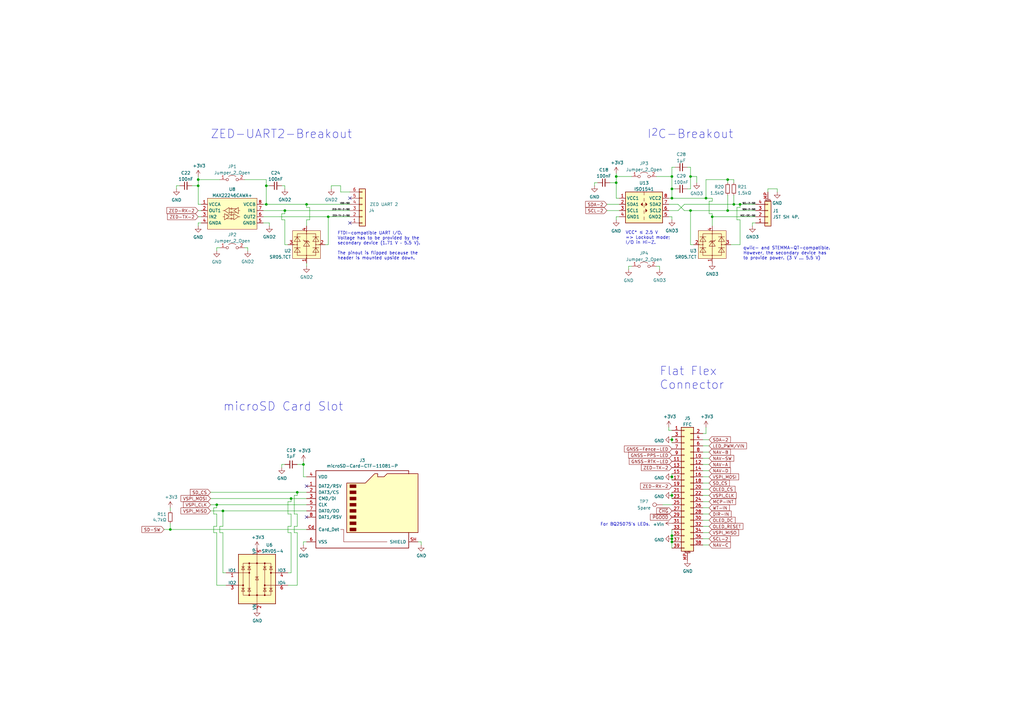
<source format=kicad_sch>
(kicad_sch (version 20211123) (generator eeschema)
  (paper "A3")
  (lib_symbols
    (symbol "Connector:TestPoint" (pin_numbers hide) (pin_names (offset 0.762) hide)
      (property "Reference" "TP" (at 0 6.858 0))
      (property "Value" "TestPoint" (at 0 5.08 0))
      (symbol "TestPoint_0_1"
        (circle (center 0 3.302) (radius 0.762))
      )
      (symbol "TestPoint_1_1"
        (pin passive line (at 0 0 90) (length 2.54) (name "1") (number "1"))
      )
    )
    (symbol "Connector_Generic:Conn_01x06" (pin_names (offset 1.016) hide)
      (property "Reference" "J" (at 0 7.62 0))
      (property "Value" "Conn_01x06" (at 0 -10.16 0))
      (symbol "Conn_01x06_1_1"
        (rectangle (start -1.27 -7.493) (end 0 -7.747) (stroke (width 0.1524)))
        (rectangle (start -1.27 -4.953) (end 0 -5.207) (stroke (width 0.1524)))
        (rectangle (start -1.27 -2.413) (end 0 -2.667) (stroke (width 0.1524)))
        (rectangle (start -1.27 0.127) (end 0 -0.127) (stroke (width 0.1524)))
        (rectangle (start -1.27 2.667) (end 0 2.413) (stroke (width 0.1524)))
        (rectangle (start -1.27 5.207) (end 0 4.953) (stroke (width 0.1524)))
        (rectangle (start -1.27 6.35) (end 1.27 -8.89) (stroke (width 0.254)) (fill (type background)))
        (pin passive line (at -5.08 5.08 0) (length 3.81) (name "Pin_1") (number "1"))
        (pin passive line (at -5.08 2.54 0) (length 3.81) (name "Pin_2") (number "2"))
        (pin passive line (at -5.08 0 0) (length 3.81) (name "Pin_3") (number "3"))
        (pin passive line (at -5.08 -2.54 0) (length 3.81) (name "Pin_4") (number "4"))
        (pin passive line (at -5.08 -5.08 0) (length 3.81) (name "Pin_5") (number "5"))
        (pin passive line (at -5.08 -7.62 0) (length 3.81) (name "Pin_6") (number "6"))
      )
    )
    (symbol "Connector_Generic_MountingPin:Conn_01x04_MountingPin" (pin_names (offset 1.016) hide)
      (property "Reference" "J" (at 0 5.08 0))
      (property "Value" "Conn_01x04_MountingPin" (at 1.27 -7.62 0))
      (symbol "Conn_01x04_MountingPin_1_1"
        (rectangle (start -1.27 -4.953) (end 0 -5.207) (stroke (width 0.1524)))
        (rectangle (start -1.27 -2.413) (end 0 -2.667) (stroke (width 0.1524)))
        (rectangle (start -1.27 0.127) (end 0 -0.127) (stroke (width 0.1524)))
        (rectangle (start -1.27 2.667) (end 0 2.413) (stroke (width 0.1524)))
        (rectangle (start -1.27 3.81) (end 1.27 -6.35) (stroke (width 0.254)) (fill (type background)))
        (polyline (pts (xy -1.016 -7.112) (xy 1.016 -7.112)) (stroke (width 0.1524)))
        (text "Mounting" (at 0 -6.731 0) (effects (font (size 0.381 0.381))))
        (pin passive line (at -5.08 2.54 0) (length 3.81) (name "Pin_1") (number "1"))
        (pin passive line (at -5.08 0 0) (length 3.81) (name "Pin_2") (number "2"))
        (pin passive line (at -5.08 -2.54 0) (length 3.81) (name "Pin_3") (number "3"))
        (pin passive line (at -5.08 -5.08 0) (length 3.81) (name "Pin_4") (number "4"))
        (pin passive line (at 0 -10.16 90) (length 3.048) (name "MountPin") (number "MP"))
      )
    )
    (symbol "Device:C_Small" (pin_numbers hide) (pin_names (offset 0.254) hide)
      (property "Reference" "C" (at 0.254 1.778 0))
      (property "Value" "C_Small" (at 0.254 -2.032 0))
      (symbol "C_Small_0_1"
        (polyline (pts (xy -1.524 -0.508) (xy 1.524 -0.508)) (stroke (width 0.3302)))
        (polyline (pts (xy -1.524 0.508) (xy 1.524 0.508)) (stroke (width 0.3048)))
      )
      (symbol "C_Small_1_1"
        (pin passive line (at 0 2.54 270) (length 2.032) (name "~") (number "1"))
        (pin passive line (at 0 -2.54 90) (length 2.032) (name "~") (number "2"))
      )
    )
    (symbol "Device:R_Small" (pin_numbers hide) (pin_names (offset 0.254) hide)
      (property "Reference" "R" (at 0.762 0.508 0))
      (property "Value" "R_Small" (at 0.762 -1.016 0))
      (symbol "R_Small_0_1"
        (rectangle (start -0.762 1.778) (end 0.762 -1.778) (stroke (width 0.2032)))
      )
      (symbol "R_Small_1_1"
        (pin passive line (at 0 2.54 270) (length 0.762) (name "~") (number "1"))
        (pin passive line (at 0 -2.54 90) (length 0.762) (name "~") (number "2"))
      )
    )
    (symbol "Franz-Lib:+Vin" (power) (pin_names (offset 0))
      (property "Value" "+Vin" (at 0 3.556 0))
      (symbol "+Vin_0_1"
        (polyline (pts (xy -0.762 1.27) (xy 0 2.54)))
        (polyline (pts (xy 0 0) (xy 0 2.54)))
        (polyline (pts (xy 0 2.54) (xy 0.762 1.27)))
      )
      (symbol "+Vin_1_1"
        (pin power_in line (at 0 0 90) (length 0) hide (name "+Vin") (number "1"))
      )
    )
    (symbol "Franz-Lib:Conn_TE_3-2328724-9" (pin_names (offset 1.016) hide)
      (property "Reference" "J" (at 1.27 25.4 0))
      (property "Value" "Conn_TE_3-2328724-9" (at 2.54 -27.94 0))
      (symbol "Conn_TE_3-2328724-9_1_1"
        (rectangle (start -1.27 -25.273) (end 0 -25.527) (stroke (width 0.1524)))
        (rectangle (start -1.27 -22.733) (end 0 -22.987) (stroke (width 0.1524)))
        (rectangle (start -1.27 -20.193) (end 0 -20.447) (stroke (width 0.1524)))
        (rectangle (start -1.27 -17.653) (end 0 -17.907) (stroke (width 0.1524)))
        (rectangle (start -1.27 -15.113) (end 0 -15.367) (stroke (width 0.1524)))
        (rectangle (start -1.27 -12.573) (end 0 -12.827) (stroke (width 0.1524)))
        (rectangle (start -1.27 -10.033) (end 0 -10.287) (stroke (width 0.1524)))
        (rectangle (start -1.27 -7.493) (end 0 -7.747) (stroke (width 0.1524)))
        (rectangle (start -1.27 -4.953) (end 0 -5.207) (stroke (width 0.1524)))
        (rectangle (start -1.27 -2.413) (end 0 -2.667) (stroke (width 0.1524)))
        (rectangle (start -1.27 0.127) (end 0 -0.127) (stroke (width 0.1524)))
        (rectangle (start -1.27 2.667) (end 0 2.413) (stroke (width 0.1524)))
        (rectangle (start -1.27 5.207) (end 0 4.953) (stroke (width 0.1524)))
        (rectangle (start -1.27 7.747) (end 0 7.493) (stroke (width 0.1524)))
        (rectangle (start -1.27 10.287) (end 0 10.033) (stroke (width 0.1524)))
        (rectangle (start -1.27 12.827) (end 0 12.573) (stroke (width 0.1524)))
        (rectangle (start -1.27 15.367) (end 0 15.113) (stroke (width 0.1524)))
        (rectangle (start -1.27 17.907) (end 0 17.653) (stroke (width 0.1524)))
        (rectangle (start -1.27 20.447) (end 0 20.193) (stroke (width 0.1524)))
        (rectangle (start -1.27 22.987) (end 0 22.733) (stroke (width 0.1524)))
        (rectangle (start -1.27 24.13) (end 3.81 -26.67) (stroke (width 0.254)) (fill (type background)))
        (polyline (pts (xy 0.254 -27.432) (xy 2.286 -27.432)) (stroke (width 0.1524)))
        (rectangle (start 3.81 -24.003) (end 2.54 -24.257) (stroke (width 0.1524)))
        (rectangle (start 3.81 -21.463) (end 2.54 -21.717) (stroke (width 0.1524)))
        (rectangle (start 3.81 -18.923) (end 2.54 -19.177) (stroke (width 0.1524)))
        (rectangle (start 3.81 -16.383) (end 2.54 -16.637) (stroke (width 0.1524)))
        (rectangle (start 3.81 -13.843) (end 2.54 -14.097) (stroke (width 0.1524)))
        (rectangle (start 3.81 -11.303) (end 2.54 -11.557) (stroke (width 0.1524)))
        (rectangle (start 3.81 -8.763) (end 2.54 -9.017) (stroke (width 0.1524)))
        (rectangle (start 3.81 -6.223) (end 2.54 -6.477) (stroke (width 0.1524)))
        (rectangle (start 3.81 -3.683) (end 2.54 -3.937) (stroke (width 0.1524)))
        (rectangle (start 3.81 -1.143) (end 2.54 -1.397) (stroke (width 0.1524)))
        (rectangle (start 3.81 1.397) (end 2.54 1.143) (stroke (width 0.1524)))
        (rectangle (start 3.81 3.937) (end 2.54 3.683) (stroke (width 0.1524)))
        (rectangle (start 3.81 6.477) (end 2.54 6.223) (stroke (width 0.1524)))
        (rectangle (start 3.81 9.017) (end 2.54 8.763) (stroke (width 0.1524)))
        (rectangle (start 3.81 11.557) (end 2.54 11.303) (stroke (width 0.1524)))
        (rectangle (start 3.81 14.097) (end 2.54 13.843) (stroke (width 0.1524)))
        (rectangle (start 3.81 16.637) (end 2.54 16.383) (stroke (width 0.1524)))
        (rectangle (start 3.81 19.177) (end 2.54 18.923) (stroke (width 0.1524)))
        (rectangle (start 3.81 21.717) (end 2.54 21.463) (stroke (width 0.1524)))
        (text "Mounting" (at 1.27 -27.051 0) (effects (font (size 0.381 0.381))))
        (pin passive line (at -5.08 22.86 0) (length 3.81) (name "Pin_1") (number "1"))
        (pin passive line (at 7.62 11.43 180) (length 3.81) (name "Pin_10") (number "10"))
        (pin passive line (at -5.08 10.16 0) (length 3.81) (name "Pin_11") (number "11"))
        (pin passive line (at 7.62 8.89 180) (length 3.81) (name "Pin_12") (number "12"))
        (pin passive line (at -5.08 7.62 0) (length 3.81) (name "Pin_13") (number "13"))
        (pin passive line (at 7.62 6.35 180) (length 3.81) (name "Pin_14") (number "14"))
        (pin passive line (at -5.08 5.08 0) (length 3.81) (name "Pin_15") (number "15"))
        (pin passive line (at 7.62 3.81 180) (length 3.81) (name "Pin_16") (number "16"))
        (pin passive line (at -5.08 2.54 0) (length 3.81) (name "Pin_17") (number "17"))
        (pin passive line (at 7.62 1.27 180) (length 3.81) (name "Pin_18") (number "18"))
        (pin passive line (at -5.08 0 0) (length 3.81) (name "Pin_19") (number "19"))
        (pin passive line (at 7.62 21.59 180) (length 3.81) (name "Pin_2") (number "2"))
        (pin passive line (at 7.62 -1.27 180) (length 3.81) (name "Pin_20") (number "20"))
        (pin passive line (at -5.08 -2.54 0) (length 3.81) (name "Pin_21") (number "21"))
        (pin passive line (at 7.62 -3.81 180) (length 3.81) (name "Pin_22") (number "22"))
        (pin passive line (at -5.08 -5.08 0) (length 3.81) (name "Pin_23") (number "23"))
        (pin passive line (at 7.62 -6.35 180) (length 3.81) (name "Pin_24") (number "24"))
        (pin passive line (at -5.08 -7.62 0) (length 3.81) (name "Pin_25") (number "25"))
        (pin passive line (at 7.62 -8.89 180) (length 3.81) (name "Pin_26") (number "26"))
        (pin passive line (at -5.08 -10.16 0) (length 3.81) (name "Pin_27") (number "27"))
        (pin passive line (at 7.62 -11.43 180) (length 3.81) (name "Pin_28") (number "28"))
        (pin passive line (at -5.08 -12.7 0) (length 3.81) (name "Pin_29") (number "29"))
        (pin passive line (at -5.08 20.32 0) (length 3.81) (name "Pin_3") (number "3"))
        (pin passive line (at 7.62 -13.97 180) (length 3.81) (name "Pin_30") (number "30"))
        (pin passive line (at -5.08 -15.24 0) (length 3.81) (name "Pin_31") (number "31"))
        (pin passive line (at 7.62 -16.51 180) (length 3.81) (name "Pin_32") (number "32"))
        (pin passive line (at -5.08 -17.78 0) (length 3.81) (name "Pin_33") (number "33"))
        (pin passive line (at 7.62 -19.05 180) (length 3.81) (name "Pin_34") (number "34"))
        (pin passive line (at -5.08 -20.32 0) (length 3.81) (name "Pin_35") (number "35"))
        (pin passive line (at 7.62 -21.59 180) (length 3.81) (name "Pin_36") (number "36"))
        (pin passive line (at -5.08 -22.86 0) (length 3.81) (name "Pin_37") (number "37"))
        (pin passive line (at 7.62 -24.13 180) (length 3.81) (name "Pin_38") (number "38"))
        (pin passive line (at -5.08 -25.4 0) (length 3.81) (name "Pin_39") (number "39"))
        (pin passive line (at 7.62 19.05 180) (length 3.81) (name "Pin_4") (number "4"))
        (pin passive line (at -5.08 17.78 0) (length 3.81) (name "Pin_5") (number "5"))
        (pin passive line (at 7.62 16.51 180) (length 3.81) (name "Pin_6") (number "6"))
        (pin passive line (at -5.08 15.24 0) (length 3.81) (name "Pin_7") (number "7"))
        (pin passive line (at 7.62 13.97 180) (length 3.81) (name "Pin_8") (number "8"))
        (pin passive line (at -5.08 12.7 0) (length 3.81) (name "Pin_9") (number "9"))
        (pin passive line (at 1.27 -30.48 90) (length 3.048) (name "MountPin") (number "MP"))
      )
    )
    (symbol "Franz-Lib:MAX22246CAWA+"
      (property "Reference" "U" (at 0 10.16 0))
      (property "Value" "MAX22246CAWA+" (at 0 7.62 0))
      (symbol "MAX22246CAWA+_0_1"
        (rectangle (start -10.16 6.35) (end 10.16 -6.35) (stroke (width 0.1524)) (fill (type background)))
        (polyline (pts (xy -3.81 1.27) (xy -3.175 1.27)) (stroke (width 0.1524)))
        (polyline (pts (xy -3.175 -1.27) (xy -3.81 -1.27)) (stroke (width 0.1524)))
        (polyline (pts (xy -1.27 0.508) (xy -0.508 0.508)) (stroke (width 0.1524)))
        (polyline (pts (xy -1.27 2.032) (xy -0.508 2.032)) (stroke (width 0.1524)))
        (polyline (pts (xy -0.508 -2.413) (xy -0.508 -1.651)) (stroke (width 0.1524)))
        (polyline (pts (xy -0.508 -2.032) (xy -2.413 -2.032)) (stroke (width 0.1524)))
        (polyline (pts (xy -0.508 -0.889) (xy -0.508 -0.127)) (stroke (width 0.1524)))
        (polyline (pts (xy -0.508 -0.508) (xy -2.413 -0.508)) (stroke (width 0.1524)))
        (polyline (pts (xy -0.508 0.889) (xy -0.508 0.127)) (stroke (width 0.1524)))
        (polyline (pts (xy -0.508 2.413) (xy -0.508 1.651)) (stroke (width 0.1524)))
        (polyline (pts (xy -0.127 -2.413) (xy -0.127 -1.651)) (stroke (width 0.1524)))
        (polyline (pts (xy -0.127 -0.889) (xy -0.127 -0.127)) (stroke (width 0.1524)))
        (polyline (pts (xy -0.127 0.508) (xy 1.778 0.508)) (stroke (width 0.1524)))
        (polyline (pts (xy -0.127 0.889) (xy -0.127 0.127)) (stroke (width 0.1524)))
        (polyline (pts (xy -0.127 2.032) (xy 1.778 2.032)) (stroke (width 0.1524)))
        (polyline (pts (xy -0.127 2.413) (xy -0.127 1.651)) (stroke (width 0.1524)))
        (polyline (pts (xy 0.635 -2.032) (xy -0.127 -2.032)) (stroke (width 0.1524)))
        (polyline (pts (xy 0.635 -0.508) (xy -0.127 -0.508)) (stroke (width 0.1524)))
        (polyline (pts (xy 2.54 1.27) (xy 3.175 1.27)) (stroke (width 0.1524)))
        (polyline (pts (xy 3.175 -1.27) (xy 2.54 -1.27)) (stroke (width 0.1524)))
        (polyline (pts (xy -3.175 1.27) (xy -1.27 2.54) (xy -1.27 0) (xy -3.175 1.27)) (stroke (width 0.1524)))
        (polyline (pts (xy -1.27 -1.27) (xy -3.175 -2.54) (xy -3.175 0) (xy -1.27 -1.27)) (stroke (width 0.1524)))
        (polyline (pts (xy 0.635 1.27) (xy 2.54 2.54) (xy 2.54 0) (xy 0.635 1.27)) (stroke (width 0.1524)))
        (polyline (pts (xy 2.54 -1.27) (xy 0.635 -2.54) (xy 0.635 0) (xy 2.54 -1.27)) (stroke (width 0.1524)))
      )
      (symbol "MAX22246CAWA+_1_1"
        (pin power_in line (at -12.7 3.81 0) (length 2.54) (name "VCCA") (number "1"))
        (pin output line (at -12.7 1.27 0) (length 2.54) (name "OUT1") (number "2"))
        (pin input line (at -12.7 -1.27 0) (length 2.54) (name "IN2") (number "3"))
        (pin power_in line (at -12.7 -3.81 0) (length 2.54) (name "GNDA") (number "4"))
        (pin power_in line (at 12.7 -3.81 180) (length 2.54) (name "GNDB") (number "5"))
        (pin output line (at 12.7 -1.27 180) (length 2.54) (name "OUT2") (number "6"))
        (pin input line (at 12.7 1.27 180) (length 2.54) (name "IN1") (number "7"))
        (pin power_in line (at 12.7 3.81 180) (length 2.54) (name "VCCB") (number "8"))
      )
    )
    (symbol "Franz-Lib:SR05.TCT" (pin_names (offset 1.016))
      (property "Reference" "U" (at -4.699 6.858 0))
      (property "Value" "SR05.TCT" (at 4.953 6.858 0))
      (symbol "SR05.TCT_0_1"
        (rectangle (start -3.81 -4.445) (end 3.81 4.445))
        (circle (center -3.81 0) (radius 0.127))
        (circle (center 0 -4.445) (radius 0.127))
        (polyline (pts (xy -5.715 0) (xy -3.81 0)))
        (polyline (pts (xy -5.08 -1.27) (xy -2.54 -1.27)))
        (polyline (pts (xy -1.27 0.889) (xy -0.635 1.524)))
        (polyline (pts (xy -0.635 1.524) (xy 1.016 1.524)))
        (polyline (pts (xy 0 -5.715) (xy 0 5.715)))
        (polyline (pts (xy 0.762 1.27) (xy -0.889 1.27)))
        (polyline (pts (xy 3.81 0) (xy 5.715 0)))
        (polyline (pts (xy -3.81 -1.27) (xy -2.54 -3.175) (xy -5.08 -3.175) (xy -3.81 -1.27)))
        (circle (center 0 4.445) (radius 0.127))
        (circle (center 3.81 0) (radius 0.127))
        (rectangle (start 5.715 -5.715) (end -5.715 5.715) (fill (type background)))
      )
      (symbol "SR05.TCT_1_1"
        (polyline (pts (xy -5.08 3.175) (xy -2.54 3.175)))
        (polyline (pts (xy 0.762 1.27) (xy 1.397 1.905)))
        (polyline (pts (xy 2.54 -1.27) (xy 5.08 -1.27)))
        (polyline (pts (xy 2.54 3.175) (xy 5.08 3.175)))
        (polyline (pts (xy -3.81 3.175) (xy -2.54 1.27) (xy -5.08 1.27) (xy -3.81 3.175)))
        (polyline (pts (xy 0 1.27) (xy 1.27 -0.635) (xy -1.27 -0.635) (xy 0 1.27)))
        (polyline (pts (xy 3.81 -1.27) (xy 5.08 -3.175) (xy 2.54 -3.175) (xy 3.81 -1.27)))
        (polyline (pts (xy 3.81 3.175) (xy 5.08 1.27) (xy 2.54 1.27) (xy 3.81 3.175)))
        (pin input line (at 0 -7.62 90) (length 2.54) (name "GND") (number "1"))
        (pin input line (at -7.62 0 0) (length 2.54) (name "CH1") (number "2"))
        (pin input line (at 7.62 0 180) (length 2.54) (name "CH2") (number "3"))
        (pin input line (at 0 7.62 270) (length 2.54) (name "VBUS") (number "4"))
      )
    )
    (symbol "Franz-Lib:microSD-Card-CTF-11081-P" (pin_names (offset 1.016))
      (property "Reference" "J" (at -16.51 15.24 0))
      (property "Value" "microSD-Card-CTF-11081-P" (at 16.51 15.24 0))
      (symbol "microSD-Card-CTF-11081-P_0_1"
        (rectangle (start -7.62 -9.525) (end -5.08 -10.795) (fill (type outline)))
        (rectangle (start -7.62 -6.985) (end -5.08 -8.255) (fill (type outline)))
        (rectangle (start -7.62 -4.445) (end -5.08 -5.715) (fill (type outline)))
        (rectangle (start -7.62 -1.905) (end -5.08 -3.175) (fill (type outline)))
        (rectangle (start -7.62 0.635) (end -5.08 -0.635) (fill (type outline)))
        (rectangle (start -7.62 3.175) (end -5.08 1.905) (fill (type outline)))
        (rectangle (start -7.62 5.715) (end -5.08 4.445) (fill (type outline)))
        (rectangle (start -7.62 8.255) (end -5.08 6.985) (fill (type outline)))
        (polyline (pts (xy -11.43 -10.16) (xy -10.16 -10.16) (xy -10.16 -15.24) (xy 7.62 -15.24)))
        (polyline (pts (xy 16.51 12.7) (xy 16.51 13.97) (xy -21.59 13.97) (xy -21.59 -17.78) (xy 16.51 -17.78) (xy 16.51 -11.43)) (stroke (width 0.254)))
        (polyline (pts (xy -8.89 -11.43) (xy -8.89 8.89) (xy -1.27 8.89) (xy 2.54 12.7) (xy 3.81 12.7) (xy 3.81 11.43) (xy 6.35 11.43) (xy 7.62 12.7) (xy 20.32 12.7) (xy 20.32 -11.43) (xy -8.89 -11.43)) (stroke (width 0.254)) (fill (type background)))
      )
      (symbol "microSD-Card-CTF-11081-P_1_1"
        (pin bidirectional line (at -25.4 7.62 0) (length 3.81) (name "DAT2/RSV") (number "1"))
        (pin bidirectional line (at -25.4 5.08 0) (length 3.81) (name "DAT3/CS") (number "2"))
        (pin input line (at -25.4 2.54 0) (length 3.81) (name "CMD/DI") (number "3"))
        (pin power_in line (at -25.4 11.43 0) (length 3.81) (name "VDD") (number "4"))
        (pin input line (at -25.4 0 0) (length 3.81) (name "CLK") (number "5"))
        (pin power_in line (at -25.4 -15.24 0) (length 3.81) (name "VSS") (number "6"))
        (pin bidirectional line (at -25.4 -2.54 0) (length 3.81) (name "DAT0/DO") (number "7"))
        (pin bidirectional line (at -25.4 -5.08 0) (length 3.81) (name "DAT1/RSV") (number "8"))
        (pin bidirectional line (at -25.4 -10.16 0) (length 3.81) (name "Card_Det") (number "Cd"))
        (pin passive line (at 20.32 -15.24 180) (length 3.81) (name "SHIELD") (number "SH"))
      )
    )
    (symbol "Isolator:ISO1541"
      (property "Reference" "U" (at -6.35 6.35 0))
      (property "Value" "ISO1541" (at 3.81 6.35 0))
      (symbol "ISO1541_0_1"
        (rectangle (start -7.62 5.08) (end 7.62 -7.62) (stroke (width 0.254)) (fill (type background)))
        (rectangle (start 0 -5.08) (end 0 -6.35))
        (polyline (pts (xy 0 -2.54) (xy 0 -3.81)))
        (polyline (pts (xy 0 0) (xy 0 -1.27)))
        (polyline (pts (xy 0 2.54) (xy 0 1.27)))
        (polyline (pts (xy 0 5.08) (xy 0 3.81)))
        (polyline (pts (xy -0.635 0.635) (xy -1.27 0) (xy -0.635 -0.635) (xy -0.635 0.635)) (fill (type outline)))
        (polyline (pts (xy 0.635 -1.905) (xy 1.27 -2.54) (xy 0.635 -3.175) (xy 0.635 -1.905)) (fill (type outline)))
        (polyline (pts (xy 0.635 0.635) (xy 1.27 0) (xy 0.635 -0.635) (xy 0.635 0.635)) (fill (type outline)))
      )
      (symbol "ISO1541_1_1"
        (pin power_in line (at -10.16 2.54 0) (length 2.54) (name "VCC1") (number "1"))
        (pin bidirectional line (at -10.16 0 0) (length 2.54) (name "SDA1") (number "2"))
        (pin input line (at -10.16 -2.54 0) (length 2.54) (name "SCL1") (number "3"))
        (pin power_in line (at -10.16 -5.08 0) (length 2.54) (name "GND1") (number "4"))
        (pin power_in line (at 10.16 -5.08 180) (length 2.54) (name "GND2") (number "5"))
        (pin output line (at 10.16 -2.54 180) (length 2.54) (name "SCL2") (number "6"))
        (pin bidirectional line (at 10.16 0 180) (length 2.54) (name "SDA2") (number "7"))
        (pin power_in line (at 10.16 2.54 180) (length 2.54) (name "VCC2") (number "8"))
      )
    )
    (symbol "Jumper:Jumper_2_Open" (pin_names (offset 0) hide)
      (property "Reference" "JP" (at 0 2.794 0))
      (property "Value" "Jumper_2_Open" (at 0 -2.286 0))
      (symbol "Jumper_2_Open_0_0"
        (circle (center -2.032 0) (radius 0.508))
        (circle (center 2.032 0) (radius 0.508))
      )
      (symbol "Jumper_2_Open_0_1"
        (arc (start 1.524 1.27) (mid 0 1.778) (end -1.524 1.27))
      )
      (symbol "Jumper_2_Open_1_1"
        (pin passive line (at -5.08 0 0) (length 2.54) (name "A") (number "1"))
        (pin passive line (at 5.08 0 180) (length 2.54) (name "B") (number "2"))
      )
    )
    (symbol "Power_Protection:SRV05-4" (pin_names (offset 0))
      (property "Reference" "U" (at -5.08 11.43 0))
      (property "Value" "SRV05-4" (at 2.54 11.43 0))
      (symbol "SRV05-4_0_0"
        (rectangle (start -5.715 6.477) (end 5.715 -6.604))
        (polyline (pts (xy -3.175 -6.604) (xy -3.175 6.477)))
        (polyline (pts (xy 3.175 6.477) (xy 3.175 -6.604)))
      )
      (symbol "SRV05-4_0_1"
        (rectangle (start -7.62 10.16) (end 7.62 -10.16) (stroke (width 0.254)) (fill (type background)))
        (circle (center -5.715 -2.54) (radius 0.2794) (fill (type outline)))
        (circle (center -3.175 -6.604) (radius 0.2794) (fill (type outline)))
        (circle (center -3.175 2.54) (radius 0.2794) (fill (type outline)))
        (circle (center -3.175 6.477) (radius 0.2794) (fill (type outline)))
        (circle (center 0 -6.604) (radius 0.2794) (fill (type outline)))
        (polyline (pts (xy -7.747 2.54) (xy -3.175 2.54)))
        (polyline (pts (xy -7.62 -2.54) (xy -5.715 -2.54)))
        (polyline (pts (xy -5.08 -3.81) (xy -6.35 -3.81)))
        (polyline (pts (xy -5.08 5.08) (xy -6.35 5.08)))
        (polyline (pts (xy -2.54 -3.81) (xy -3.81 -3.81)))
        (polyline (pts (xy -2.54 5.08) (xy -3.81 5.08)))
        (polyline (pts (xy 0 10.16) (xy 0 -10.16)))
        (polyline (pts (xy 3.81 -3.81) (xy 2.54 -3.81)))
        (polyline (pts (xy 3.81 5.08) (xy 2.54 5.08)))
        (polyline (pts (xy 6.35 -3.81) (xy 5.08 -3.81)))
        (polyline (pts (xy 6.35 5.08) (xy 5.08 5.08)))
        (polyline (pts (xy 7.62 -2.54) (xy 3.175 -2.54)))
        (polyline (pts (xy 7.62 2.54) (xy 5.715 2.54)))
        (polyline (pts (xy 0.635 0.889) (xy -0.635 0.889) (xy -0.635 0.635)))
        (polyline (pts (xy -5.08 -5.08) (xy -6.35 -5.08) (xy -5.715 -3.81) (xy -5.08 -5.08)))
        (polyline (pts (xy -5.08 3.81) (xy -6.35 3.81) (xy -5.715 5.08) (xy -5.08 3.81)))
        (polyline (pts (xy -2.54 -5.08) (xy -3.81 -5.08) (xy -3.175 -3.81) (xy -2.54 -5.08)))
        (polyline (pts (xy -2.54 3.81) (xy -3.81 3.81) (xy -3.175 5.08) (xy -2.54 3.81)))
        (polyline (pts (xy 0.635 -0.381) (xy -0.635 -0.381) (xy 0 0.889) (xy 0.635 -0.381)))
        (polyline (pts (xy 3.81 -5.08) (xy 2.54 -5.08) (xy 3.175 -3.81) (xy 3.81 -5.08)))
        (polyline (pts (xy 3.81 3.81) (xy 2.54 3.81) (xy 3.175 5.08) (xy 3.81 3.81)))
        (polyline (pts (xy 6.35 -5.08) (xy 5.08 -5.08) (xy 5.715 -3.81) (xy 6.35 -5.08)))
        (polyline (pts (xy 6.35 3.81) (xy 5.08 3.81) (xy 5.715 5.08) (xy 6.35 3.81)))
        (circle (center 0 6.477) (radius 0.2794) (fill (type outline)))
        (circle (center 3.175 -6.604) (radius 0.2794) (fill (type outline)))
        (circle (center 3.175 -2.54) (radius 0.2794) (fill (type outline)))
        (circle (center 3.175 6.477) (radius 0.2794) (fill (type outline)))
        (circle (center 5.715 2.54) (radius 0.2794) (fill (type outline)))
      )
      (symbol "SRV05-4_1_1"
        (pin passive line (at -12.7 2.54 0) (length 5.08) (name "IO1") (number "1"))
        (pin passive line (at 0 -12.7 90) (length 2.54) (name "VN") (number "2"))
        (pin passive line (at -12.7 -2.54 0) (length 5.08) (name "IO2") (number "3"))
        (pin passive line (at 12.7 2.54 180) (length 5.08) (name "IO3") (number "4"))
        (pin passive line (at 0 12.7 270) (length 2.54) (name "VP") (number "5"))
        (pin passive line (at 12.7 -2.54 180) (length 5.08) (name "IO4") (number "6"))
      )
    )
    (symbol "power:+3.3V" (power) (pin_names (offset 0))
      (property "Value" "+3.3V" (at 0 3.556 0))
      (symbol "+3.3V_0_1"
        (polyline (pts (xy -0.762 1.27) (xy 0 2.54)))
        (polyline (pts (xy 0 0) (xy 0 2.54)))
        (polyline (pts (xy 0 2.54) (xy 0.762 1.27)))
      )
      (symbol "+3.3V_1_1"
        (pin power_in line (at 0 0 90) (length 0) hide (name "+3V3") (number "1"))
      )
    )
    (symbol "power:GND" (power) (pin_names (offset 0))
      (property "Value" "GND" (at 0 -3.81 0))
      (symbol "GND_0_1"
        (polyline (pts (xy 0 0) (xy 0 -1.27) (xy 1.27 -1.27) (xy 0 -2.54) (xy -1.27 -1.27) (xy 0 -1.27)))
      )
      (symbol "GND_1_1"
        (pin power_in line (at 0 0 270) (length 0) hide (name "GND") (number "1"))
      )
    )
    (symbol "power:GND2" (power) (pin_names (offset 0))
      (property "Value" "GND2" (at 0 -3.81 0))
      (symbol "GND2_0_1"
        (polyline (pts (xy 0 0) (xy 0 -1.27) (xy 1.27 -1.27) (xy 0 -2.54) (xy -1.27 -1.27) (xy 0 -1.27)))
      )
      (symbol "GND2_1_1"
        (pin power_in line (at 0 0 270) (length 0) hide (name "GND2") (number "1"))
      )
    )
    (symbol "power:GND3" (power) (pin_names (offset 0))
      (property "Value" "GND3" (at 0 -3.81 0))
      (symbol "GND3_0_1"
        (polyline (pts (xy 0 0) (xy 0 -1.27) (xy 1.27 -1.27) (xy 0 -2.54) (xy -1.27 -1.27) (xy 0 -1.27)))
      )
      (symbol "GND3_1_1"
        (pin power_in line (at 0 0 270) (length 0) hide (name "GND3") (number "1"))
      )
    )
  )
  (junction (at 275.59 72.39))
  (junction (at 300.99 83.82))
  (junction (at 125.73 83.82))
  (junction (at 275.59 77.47))
  (junction (at 121.92 201.93))
  (junction (at 81.28 73.66))
  (junction (at 81.28 76.2))
  (junction (at 275.59 81.28))
  (junction (at 298.45 73.66))
  (junction (at 283.21 72.39))
  (junction (at 303.53 83.82))
  (junction (at 124.46 190.5))
  (junction (at 116.84 86.36))
  (junction (at 275.59 220.98))
  (junction (at 109.22 83.82))
  (junction (at 292.1 88.9))
  (junction (at 91.44 209.55))
  (junction (at 275.59 180.34))
  (junction (at 109.22 76.2))
  (junction (at 252.73 74.93))
  (junction (at 289.56 81.28))
  (junction (at 275.59 203.2))
  (junction (at 69.85 217.17))
  (junction (at 252.73 72.39))
  (junction (at 275.59 219.71))
  (junction (at 275.59 195.58))
  (junction (at 88.9 207.01))
  (junction (at 119.38 204.47))
  (junction (at 298.45 86.36))
  (junction (at 283.21 86.36))
  (junction (at 134.62 88.9))
  (junction (at 275.59 222.25))
  (no_connect (at 143.51 81.28))
  (no_connect (at 143.51 91.44))
  (no_connect (at 125.73 212.09))
  (no_connect (at 125.73 199.39))
  (wire (pts (xy 139.7 78.74) (xy 143.51 78.74)))
  (wire (pts (xy 125.73 195.58) (xy 124.46 195.58)))
  (wire (pts (xy 298.45 86.36) (xy 309.88 86.36)))
  (wire (pts (xy 280.67 86.36) (xy 283.21 86.36)))
  (wire (pts (xy 115.57 76.2) (xy 116.84 76.2)))
  (wire (pts (xy 116.84 86.36) (xy 116.84 87.63)))
  (wire (pts (xy 120.65 218.44) (xy 120.65 215.9)))
  (wire (pts (xy 292.1 87.63) (xy 290.83 87.63)))
  (wire (pts (xy 303.53 83.82) (xy 303.53 85.09)))
  (wire (pts (xy 252.73 72.39) (xy 259.08 72.39)))
  (wire (pts (xy 86.36 207.01) (xy 88.9 207.01)))
  (wire (pts (xy 252.73 90.17) (xy 252.73 88.9)))
  (wire (pts (xy 87.63 210.82) (xy 87.63 208.28)))
  (wire (pts (xy 290.83 200.66) (xy 288.29 200.66)))
  (wire (pts (xy 125.73 107.95) (xy 125.73 109.22)))
  (wire (pts (xy 269.24 72.39) (xy 275.59 72.39)))
  (wire (pts (xy 88.9 101.6) (xy 90.17 101.6)))
  (wire (pts (xy 121.92 210.82) (xy 120.65 210.82)))
  (wire (pts (xy 283.21 86.36) (xy 298.45 86.36)))
  (wire (pts (xy 292.1 81.28) (xy 292.1 82.55)))
  (wire (pts (xy 86.36 209.55) (xy 91.44 209.55)))
  (wire (pts (xy 248.92 83.82) (xy 254 83.82)))
  (wire (pts (xy 290.83 205.74) (xy 288.29 205.74)))
  (wire (pts (xy 290.83 193.04) (xy 288.29 193.04)))
  (wire (pts (xy 275.59 203.2) (xy 275.59 204.47)))
  (wire (pts (xy 302.26 85.09) (xy 302.26 90.17)))
  (wire (pts (xy 283.21 72.39) (xy 283.21 68.58)))
  (wire (pts (xy 275.59 217.17) (xy 275.59 219.71)))
  (wire (pts (xy 69.85 217.17) (xy 125.73 217.17)))
  (wire (pts (xy 276.86 77.47) (xy 275.59 77.47)))
  (wire (pts (xy 248.92 86.36) (xy 254 86.36)))
  (wire (pts (xy 125.73 83.82) (xy 143.51 83.82)))
  (wire (pts (xy 318.77 78.74) (xy 318.77 77.47)))
  (wire (pts (xy 91.44 209.55) (xy 125.73 209.55)))
  (wire (pts (xy 300.99 73.66) (xy 300.99 74.93)))
  (wire (pts (xy 290.83 87.63) (xy 290.83 82.55)))
  (wire (pts (xy 135.89 76.2) (xy 139.7 76.2)))
  (wire (pts (xy 88.9 207.01) (xy 88.9 208.28)))
  (wire (pts (xy 119.38 205.74) (xy 118.11 205.74)))
  (wire (pts (xy 252.73 72.39) (xy 252.73 74.93)))
  (wire (pts (xy 274.32 83.82) (xy 278.13 83.82)))
  (wire (pts (xy 298.45 80.01) (xy 298.45 86.36)))
  (wire (pts (xy 69.85 208.28) (xy 69.85 209.55)))
  (wire (pts (xy 107.95 83.82) (xy 109.22 83.82)))
  (wire (pts (xy 115.57 190.5) (xy 115.57 191.77)))
  (wire (pts (xy 115.57 87.63) (xy 116.84 87.63)))
  (wire (pts (xy 86.36 204.47) (xy 119.38 204.47)))
  (wire (pts (xy 278.13 86.36) (xy 280.67 83.82)))
  (wire (pts (xy 125.73 83.82) (xy 125.73 85.09)))
  (wire (pts (xy 116.84 190.5) (xy 115.57 190.5)))
  (wire (pts (xy 121.92 201.93) (xy 125.73 201.93)))
  (wire (pts (xy 118.11 205.74) (xy 118.11 210.82)))
  (wire (pts (xy 308.61 92.71) (xy 308.61 91.44)))
  (wire (pts (xy 134.62 88.9) (xy 134.62 100.33)))
  (wire (pts (xy 252.73 71.12) (xy 252.73 72.39)))
  (wire (pts (xy 281.94 77.47) (xy 283.21 77.47)))
  (wire (pts (xy 121.92 240.03) (xy 121.92 218.44)))
  (wire (pts (xy 302.26 90.17) (xy 303.53 90.17)))
  (wire (pts (xy 119.38 204.47) (xy 119.38 205.74)))
  (wire (pts (xy 135.89 77.47) (xy 135.89 76.2)))
  (wire (pts (xy 275.59 179.07) (xy 275.59 180.34)))
  (wire (pts (xy 288.29 218.44) (xy 290.83 218.44)))
  (wire (pts (xy 92.71 234.95) (xy 91.44 234.95)))
  (wire (pts (xy 275.59 68.58) (xy 275.59 72.39)))
  (wire (pts (xy 81.28 76.2) (xy 81.28 73.66)))
  (wire (pts (xy 88.9 240.03) (xy 88.9 218.44)))
  (wire (pts (xy 107.95 88.9) (xy 134.62 88.9)))
  (wire (pts (xy 81.28 86.36) (xy 82.55 86.36)))
  (wire (pts (xy 121.92 201.93) (xy 121.92 203.2)))
  (wire (pts (xy 290.83 82.55) (xy 292.1 82.55)))
  (wire (pts (xy 127 85.09) (xy 127 90.17)))
  (wire (pts (xy 110.49 92.71) (xy 110.49 91.44)))
  (wire (pts (xy 290.83 190.5) (xy 288.29 190.5)))
  (wire (pts (xy 300.99 80.01) (xy 300.99 83.82)))
  (wire (pts (xy 91.44 218.44) (xy 90.17 218.44)))
  (wire (pts (xy 120.65 203.2) (xy 121.92 203.2)))
  (wire (pts (xy 289.56 175.26) (xy 289.56 177.8)))
  (wire (pts (xy 275.59 72.39) (xy 275.59 77.47)))
  (wire (pts (xy 119.38 218.44) (xy 119.38 234.95)))
  (wire (pts (xy 78.74 76.2) (xy 81.28 76.2)))
  (wire (pts (xy 118.11 100.33) (xy 116.84 100.33)))
  (wire (pts (xy 124.46 223.52) (xy 124.46 222.25)))
  (wire (pts (xy 109.22 83.82) (xy 125.73 83.82)))
  (wire (pts (xy 303.53 85.09) (xy 302.26 85.09)))
  (wire (pts (xy 88.9 210.82) (xy 87.63 210.82)))
  (wire (pts (xy 271.78 207.01) (xy 275.59 207.01)))
  (wire (pts (xy 134.62 88.9) (xy 143.51 88.9)))
  (wire (pts (xy 109.22 76.2) (xy 109.22 83.82)))
  (wire (pts (xy 116.84 90.17) (xy 116.84 100.33)))
  (wire (pts (xy 88.9 215.9) (xy 88.9 210.82)))
  (wire (pts (xy 88.9 207.01) (xy 125.73 207.01)))
  (wire (pts (xy 120.65 210.82) (xy 120.65 203.2)))
  (wire (pts (xy 298.45 73.66) (xy 300.99 73.66)))
  (wire (pts (xy 119.38 210.82) (xy 119.38 215.9)))
  (wire (pts (xy 250.19 74.93) (xy 252.73 74.93)))
  (wire (pts (xy 101.6 101.6) (xy 101.6 102.87)))
  (wire (pts (xy 86.36 201.93) (xy 121.92 201.93)))
  (wire (pts (xy 280.67 86.36) (xy 278.13 83.82)))
  (wire (pts (xy 280.67 83.82) (xy 300.99 83.82)))
  (wire (pts (xy 290.83 213.36) (xy 288.29 213.36)))
  (wire (pts (xy 116.84 90.17) (xy 115.57 90.17)))
  (wire (pts (xy 275.59 180.34) (xy 275.59 181.61)))
  (wire (pts (xy 314.96 77.47) (xy 314.96 78.74)))
  (wire (pts (xy 116.84 86.36) (xy 143.51 86.36)))
  (wire (pts (xy 120.65 215.9) (xy 121.92 215.9)))
  (wire (pts (xy 252.73 88.9) (xy 254 88.9)))
  (wire (pts (xy 276.86 68.58) (xy 275.59 68.58)))
  (wire (pts (xy 133.35 100.33) (xy 134.62 100.33)))
  (wire (pts (xy 125.73 90.17) (xy 125.73 92.71)))
  (wire (pts (xy 289.56 73.66) (xy 298.45 73.66)))
  (wire (pts (xy 275.59 77.47) (xy 275.59 81.28)))
  (wire (pts (xy 124.46 190.5) (xy 121.92 190.5)))
  (wire (pts (xy 127 90.17) (xy 125.73 90.17)))
  (wire (pts (xy 274.32 86.36) (xy 278.13 86.36)))
  (wire (pts (xy 318.77 77.47) (xy 314.96 77.47)))
  (wire (pts (xy 245.11 74.93) (xy 243.84 74.93)))
  (wire (pts (xy 81.28 73.66) (xy 81.28 72.39)))
  (wire (pts (xy 290.83 195.58) (xy 288.29 195.58)))
  (wire (pts (xy 91.44 215.9) (xy 91.44 209.55)))
  (wire (pts (xy 290.83 180.34) (xy 288.29 180.34)))
  (wire (pts (xy 274.32 175.26) (xy 274.32 176.53)))
  (wire (pts (xy 275.59 201.93) (xy 275.59 203.2)))
  (wire (pts (xy 88.9 240.03) (xy 92.71 240.03)))
  (wire (pts (xy 90.17 218.44) (xy 90.17 215.9)))
  (wire (pts (xy 119.38 204.47) (xy 125.73 204.47)))
  (wire (pts (xy 252.73 74.93) (xy 252.73 81.28)))
  (wire (pts (xy 172.72 222.25) (xy 171.45 222.25)))
  (wire (pts (xy 275.59 220.98) (xy 275.59 222.25)))
  (wire (pts (xy 290.83 187.96) (xy 288.29 187.96)))
  (wire (pts (xy 100.33 101.6) (xy 101.6 101.6)))
  (wire (pts (xy 284.48 100.33) (xy 283.21 100.33)))
  (wire (pts (xy 91.44 234.95) (xy 91.44 218.44)))
  (wire (pts (xy 270.51 109.22) (xy 269.24 109.22)))
  (wire (pts (xy 109.22 73.66) (xy 100.33 73.66)))
  (wire (pts (xy 67.31 217.17) (xy 69.85 217.17)))
  (wire (pts (xy 270.51 110.49) (xy 270.51 109.22)))
  (wire (pts (xy 303.53 83.82) (xy 309.88 83.82)))
  (wire (pts (xy 309.88 88.9) (xy 292.1 88.9)))
  (wire (pts (xy 124.46 195.58) (xy 124.46 190.5)))
  (wire (pts (xy 275.59 81.28) (xy 289.56 81.28)))
  (wire (pts (xy 139.7 76.2) (xy 139.7 78.74)))
  (wire (pts (xy 275.59 222.25) (xy 275.59 224.79)))
  (wire (pts (xy 107.95 86.36) (xy 116.84 86.36)))
  (wire (pts (xy 87.63 218.44) (xy 87.63 215.9)))
  (wire (pts (xy 290.83 185.42) (xy 288.29 185.42)))
  (wire (pts (xy 285.75 74.93) (xy 285.75 72.39)))
  (wire (pts (xy 90.17 215.9) (xy 91.44 215.9)))
  (wire (pts (xy 275.59 195.58) (xy 275.59 196.85)))
  (wire (pts (xy 124.46 222.25) (xy 125.73 222.25)))
  (wire (pts (xy 172.72 223.52) (xy 172.72 222.25)))
  (wire (pts (xy 289.56 81.28) (xy 292.1 81.28)))
  (wire (pts (xy 69.85 214.63) (xy 69.85 217.17)))
  (wire (pts (xy 288.29 223.52) (xy 290.83 223.52)))
  (wire (pts (xy 88.9 102.87) (xy 88.9 101.6)))
  (wire (pts (xy 116.84 76.2) (xy 116.84 77.47)))
  (wire (pts (xy 87.63 208.28) (xy 88.9 208.28)))
  (wire (pts (xy 298.45 73.66) (xy 298.45 74.93)))
  (wire (pts (xy 110.49 76.2) (xy 109.22 76.2)))
  (wire (pts (xy 283.21 72.39) (xy 285.75 72.39)))
  (wire (pts (xy 283.21 77.47) (xy 283.21 72.39)))
  (wire (pts (xy 82.55 83.82) (xy 81.28 83.82)))
  (wire (pts (xy 283.21 86.36) (xy 283.21 100.33)))
  (wire (pts (xy 110.49 91.44) (xy 107.95 91.44)))
  (wire (pts (xy 274.32 88.9) (xy 275.59 88.9)))
  (wire (pts (xy 87.63 215.9) (xy 88.9 215.9)))
  (wire (pts (xy 118.11 218.44) (xy 119.38 218.44)))
  (wire (pts (xy 303.53 90.17) (xy 303.53 100.33)))
  (wire (pts (xy 289.56 81.28) (xy 289.56 73.66)))
  (wire (pts (xy 124.46 189.23) (xy 124.46 190.5)))
  (wire (pts (xy 88.9 218.44) (xy 87.63 218.44)))
  (wire (pts (xy 81.28 88.9) (xy 82.55 88.9)))
  (wire (pts (xy 118.11 215.9) (xy 118.11 218.44)))
  (wire (pts (xy 290.83 208.28) (xy 288.29 208.28)))
  (wire (pts (xy 290.83 198.12) (xy 288.29 198.12)))
  (wire (pts (xy 283.21 68.58) (xy 281.94 68.58)))
  (wire (pts (xy 109.22 76.2) (xy 109.22 73.66)))
  (wire (pts (xy 275.59 194.31) (xy 275.59 195.58)))
  (wire (pts (xy 118.11 240.03) (xy 121.92 240.03)))
  (wire (pts (xy 81.28 73.66) (xy 90.17 73.66)))
  (wire (pts (xy 81.28 76.2) (xy 81.28 83.82)))
  (wire (pts (xy 275.59 219.71) (xy 275.59 220.98)))
  (wire (pts (xy 257.81 109.22) (xy 259.08 109.22)))
  (wire (pts (xy 119.38 215.9) (xy 118.11 215.9)))
  (wire (pts (xy 292.1 88.9) (xy 292.1 92.71)))
  (wire (pts (xy 300.99 83.82) (xy 303.53 83.82)))
  (wire (pts (xy 290.83 182.88) (xy 288.29 182.88)))
  (wire (pts (xy 81.28 92.71) (xy 81.28 91.44)))
  (wire (pts (xy 252.73 81.28) (xy 254 81.28)))
  (wire (pts (xy 308.61 91.44) (xy 309.88 91.44)))
  (wire (pts (xy 275.59 88.9) (xy 275.59 90.17)))
  (wire (pts (xy 243.84 74.93) (xy 243.84 76.2)))
  (wire (pts (xy 121.92 218.44) (xy 120.65 218.44)))
  (wire (pts (xy 81.28 91.44) (xy 82.55 91.44)))
  (wire (pts (xy 292.1 87.63) (xy 292.1 88.9)))
  (wire (pts (xy 72.39 76.2) (xy 72.39 77.47)))
  (wire (pts (xy 290.83 203.2) (xy 288.29 203.2)))
  (wire (pts (xy 118.11 210.82) (xy 119.38 210.82)))
  (wire (pts (xy 125.73 85.09) (xy 127 85.09)))
  (wire (pts (xy 289.56 177.8) (xy 288.29 177.8)))
  (wire (pts (xy 257.81 110.49) (xy 257.81 109.22)))
  (wire (pts (xy 121.92 215.9) (xy 121.92 210.82)))
  (wire (pts (xy 115.57 90.17) (xy 115.57 87.63)))
  (wire (pts (xy 72.39 76.2) (xy 73.66 76.2)))
  (wire (pts (xy 299.72 100.33) (xy 303.53 100.33)))
  (wire (pts (xy 288.29 210.82) (xy 290.83 210.82)))
  (wire (pts (xy 288.29 220.98) (xy 290.83 220.98)))
  (wire (pts (xy 274.32 81.28) (xy 275.59 81.28)))
  (wire (pts (xy 118.11 234.95) (xy 119.38 234.95)))
  (wire (pts (xy 288.29 215.9) (xy 290.83 215.9)))
  (wire (pts (xy 274.32 176.53) (xy 275.59 176.53)))
  (text "I^{2}C-Breakout" (at 265.43 57.15 0) (effects (font (size 3.5052 3.5052)) (justify left bottom)))
  (text "VCC* ≤ 2.5 V\n=> Lockout mode;\nI/O in Hi-Z." (at 256.54 100.33 0) (effects (font (size 1.27 1.27)) (justify left bottom)))
  (text "qwiic- and STEMMA-QT-compatible.\nHowever, the secondary device has\nto provide power. (3 V … 5.5 V)" (at 304.8 106.68 0) (effects (font (size 1.27 1.27)) (justify left bottom)))
  (text "Flat Flex\nConnector" (at 270.51 160.02 0) (effects (font (size 3.5052 3.5052)) (justify left bottom)))
  (text "For BQ25075's LEDs." (at 266.7 215.9 180) (effects (font (size 1.27 1.27)) (justify right bottom)))
  (text "microSD Card Slot" (at 91.44 168.91 0) (effects (font (size 3.5052 3.5052)) (justify left bottom)))
  (text "FTDI-compatible UART I/O.\nVoltage has to be provided by the\nsecondary device (1.71 V – 5.5 V).\n\nThe pinout is flipped because the\nheader is mounted upside down." (at 138.43 106.68 0) (effects (font (size 1.27 1.27)) (justify left bottom)))
  (text "ZED-UART2-Breakout" (at 86.36 57.15 0) (effects (font (size 3.5052 3.5052)) (justify left bottom)))
  (label "VCC-I2C-ISO" (at 309.88 88.9 180) (effects (font (size 0.6 0.6))))
  (label "SDA-2-ISO" (at 309.88 86.36 180) (effects (font (size 0.6 0.6))))
  (label "VDD-ISO" (at 143.51 83.82 180) (effects (font (size 0.6 0.6))))
  (label "ZED-RX-2-ISO" (at 143.51 86.36 180) (effects (font (size 0.6 0.6))))
  (label "ZED-TX-2-ISO" (at 143.51 88.9 180) (effects (font (size 0.6 0.6))))
  (label "SCL-2-ISO" (at 309.88 83.82 180) (effects (font (size 0.6 0.6))))
  (global_label "SDA-2" (shape input) (at 290.83 180.34 0) (property "Intersheet References" "${INTERSHEET_REFS}" (effects hide)))
  (global_label "MCP-INT" (shape input) (at 290.83 205.74 0) (property "Intersheet References" "${INTERSHEET_REFS}" (effects hide)))
  (global_label "VSPI_CLK" (shape input) (at 290.83 203.2 0) (property "Intersheet References" "${INTERSHEET_REFS}" (effects hide)))
  (global_label "VSPI_CLK" (shape input) (at 86.36 207.01 180) (property "Intersheet References" "${INTERSHEET_REFS}" (effects hide)))
  (global_label "SD_CS" (shape input) (at 86.36 201.93 180) (property "Intersheet References" "${INTERSHEET_REFS}" (effects hide)))
  (global_label "SCL-2" (shape input) (at 290.83 220.98 0) (property "Intersheet References" "${INTERSHEET_REFS}" (effects hide)))
  (global_label "DIR-IN" (shape input) (at 290.83 210.82 0) (property "Intersheet References" "${INTERSHEET_REFS}" (effects hide)))
  (global_label "~{PGOOD}" (shape input) (at 275.59 212.09 180) (property "Intersheet References" "${INTERSHEET_REFS}" (effects hide)))
  (global_label "NAV-SW" (shape input) (at 290.83 187.96 0) (property "Intersheet References" "${INTERSHEET_REFS}" (effects hide)))
  (global_label "SCL-2" (shape input) (at 248.92 86.36 180) (property "Intersheet References" "${INTERSHEET_REFS}" (effects hide)))
  (global_label "GNSS-PPS-LED" (shape input) (at 275.59 186.69 180) (property "Intersheet References" "${INTERSHEET_REFS}" (effects hide)))
  (global_label "NAV-B" (shape input) (at 290.83 185.42 0) (property "Intersheet References" "${INTERSHEET_REFS}" (effects hide)))
  (global_label "NAV-D" (shape input) (at 290.83 193.04 0) (property "Intersheet References" "${INTERSHEET_REFS}" (effects hide)))
  (global_label "VSPI_MISO" (shape input) (at 290.83 218.44 0) (property "Intersheet References" "${INTERSHEET_REFS}" (effects hide)))
  (global_label "SD_CS" (shape input) (at 290.83 198.12 0) (property "Intersheet References" "${INTERSHEET_REFS}" (effects hide)))
  (global_label "ZED-TX-2" (shape input) (at 81.28 88.9 180) (property "Intersheet References" "${INTERSHEET_REFS}" (effects hide)))
  (global_label "GNSS-RTK-LED" (shape input) (at 275.59 189.23 180) (property "Intersheet References" "${INTERSHEET_REFS}" (effects hide)))
  (global_label "OLED_RESET" (shape input) (at 290.83 215.9 0) (property "Intersheet References" "${INTERSHEET_REFS}" (effects hide)))
  (global_label "VSPI_MOSI" (shape input) (at 290.83 195.58 0) (property "Intersheet References" "${INTERSHEET_REFS}" (effects hide)))
  (global_label "NAV-C" (shape input) (at 290.83 223.52 0) (property "Intersheet References" "${INTERSHEET_REFS}" (effects hide)))
  (global_label "SDA-2" (shape input) (at 248.92 83.82 180) (property "Intersheet References" "${INTERSHEET_REFS}" (effects hide)))
  (global_label "OLED_DC" (shape input) (at 290.83 213.36 0) (property "Intersheet References" "${INTERSHEET_REFS}" (effects hide)))
  (global_label "VSPI_MISO" (shape input) (at 86.36 209.55 180) (property "Intersheet References" "${INTERSHEET_REFS}" (effects hide)))
  (global_label "WT-IN" (shape input) (at 290.83 208.28 0) (property "Intersheet References" "${INTERSHEET_REFS}" (effects hide)))
  (global_label "ZED-RX-2" (shape input) (at 275.59 199.39 180) (property "Intersheet References" "${INTERSHEET_REFS}" (effects hide)))
  (global_label "ZED-TX-2" (shape input) (at 275.59 191.77 180) (property "Intersheet References" "${INTERSHEET_REFS}" (effects hide)))
  (global_label "OLED_CS" (shape input) (at 290.83 200.66 0) (property "Intersheet References" "${INTERSHEET_REFS}" (effects hide)))
  (global_label "VSPI_MOSI" (shape input) (at 86.36 204.47 180) (property "Intersheet References" "${INTERSHEET_REFS}" (effects hide)))
  (global_label "NAV-A" (shape input) (at 290.83 190.5 0) (property "Intersheet References" "${INTERSHEET_REFS}" (effects hide)))
  (global_label "GNSS-Fence-LED" (shape input) (at 275.59 184.15 180) (property "Intersheet References" "${INTERSHEET_REFS}" (effects hide)))
  (global_label "~{CHG}" (shape input) (at 275.59 209.55 180) (property "Intersheet References" "${INTERSHEET_REFS}" (effects hide)))
  (global_label "ZED-RX-2" (shape input) (at 81.28 86.36 180) (property "Intersheet References" "${INTERSHEET_REFS}" (effects hide)))
  (global_label "LED_PWM{slash}VIN" (shape input) (at 290.83 182.88 0) (property "Intersheet References" "${INTERSHEET_REFS}" (effects hide)))
  (global_label "SD-SW" (shape input) (at 67.31 217.17 180) (property "Intersheet References" "${INTERSHEET_REFS}" (effects hide)))
  (symbol (lib_id "power:GND") (at 257.81 110.49 0) (unit 1)
    (property "Reference" "#PWR0186" (effects hide))
    (property "Value" "GND" (at 257.81 115.0525 0))
  )
  (symbol (lib_id "power:GND") (at 275.59 203.2 270) (unit 1)
    (property "Reference" "#PWR0192" (effects hide))
    (property "Value" "GND" (at 272.4151 203.6338 90) (effects (justify right)))
  )
  (symbol (lib_id "power:GND") (at 281.94 229.87 0) (unit 1)
    (property "Reference" "#PWR0190" (effects hide))
    (property "Value" "GND" (at 282.067 234.2642 0))
  )
  (symbol (lib_id "power:GND") (at 124.46 223.52 0) (unit 1)
    (property "Reference" "#PWR0159" (effects hide))
    (property "Value" "GND" (at 124.587 227.9142 0))
  )
  (symbol (lib_id "Isolator:ISO1541") (at 264.16 83.82 0) (unit 1)
    (property "Reference" "U13" (at 264.16 75.0402 0))
    (property "Value" "ISO1541" (at 264.16 77.5771 0))
    (property "Footprint" "Franz-Lib:SOIC-8_3.9x4.9mm_P1.27mm_NoSilk" (effects hide))
    (property "Datasheet" "http://www.ti.com/lit/ds/symlink/iso1541.pdf" (effects hide))
  )
  (symbol (lib_id "power:GND") (at 243.84 76.2 0) (unit 1)
    (property "Reference" "#PWR?" (effects hide))
    (property "Value" "GND" (at 243.84 80.7625 0))
  )
  (symbol (lib_id "power:GND2") (at 116.84 77.47 0) (unit 1)
    (property "Reference" "#PWR?" (effects hide))
    (property "Value" "GND2" (at 116.84 81.9134 0))
  )
  (symbol (lib_id "power:GND2") (at 125.73 109.22 0) (unit 1)
    (property "Reference" "#PWR0169" (effects hide))
    (property "Value" "GND2" (at 125.73 113.6634 0))
  )
  (symbol (lib_id "Device:C_Small") (at 113.03 76.2 90) (unit 1)
    (property "Reference" "C24" (at 113.0363 70.9381 90))
    (property "Value" "100nF" (at 113.0363 73.475 90))
    (property "Footprint" "Franz-Lib:C_0402_1005Metric_NoSilk" (effects hide))
  )
  (symbol (lib_id "power:GND") (at 115.57 191.77 0) (unit 1)
    (property "Reference" "#PWR0157" (effects hide))
    (property "Value" "GND" (at 115.697 196.1642 0))
  )
  (symbol (lib_id "power:GND") (at 105.41 250.19 0) (unit 1)
    (property "Reference" "#PWR0163" (effects hide))
    (property "Value" "GND" (at 105.537 254.5842 0))
  )
  (symbol (lib_id "power:GND2") (at 101.6 102.87 0) (unit 1)
    (property "Reference" "#PWR0182" (effects hide))
    (property "Value" "GND2" (at 101.6 107.3134 0))
  )
  (symbol (lib_id "power:GND3") (at 270.51 110.49 0) (unit 1)
    (property "Reference" "#PWR0187" (effects hide))
    (property "Value" "GND3" (at 270.51 114.9334 0))
  )
  (symbol (lib_id "Jumper:Jumper_2_Open") (at 95.25 101.6 0) (unit 1)
    (property "Reference" "JP2" (at 95.25 96.2492 0))
    (property "Value" "Jumper_2_Open" (at 95.25 98.7861 0))
    (property "Footprint" "Franz-Lib:R_0805_2012Metric_NoSilk_DNP" (effects hide))
  )
  (symbol (lib_id "Device:R_Small") (at 69.85 212.09 0) (mirror x) (unit 1)
    (property "Reference" "R11" (at 68.3514 210.9216 0) (effects (justify right)))
    (property "Value" "4.7kΩ" (at 68.3514 213.233 0) (effects (justify right)))
    (property "Footprint" "Franz-Lib:R_0402_1005Metric_NoSilk" (effects hide))
  )
  (symbol (lib_id "Franz-Lib:microSD-Card-CTF-11081-P") (at 151.13 207.01 0) (unit 1)
    (property "Reference" "J3" (at 148.59 188.7982 0))
    (property "Value" "microSD-Card-CTF-11081-P" (at 148.59 191.1096 0))
    (property "Footprint" "Franz-Lib:microSD-Card-CTF-11081-P" (effects hide))
    (property "Datasheet" "http://www.ccon.com.cn/pro/good/product/tF-push-wh.pdf" (effects hide))
  )
  (symbol (lib_id "power:GND3") (at 275.59 90.17 0) (unit 1)
    (property "Reference" "#PWR0155" (effects hide))
    (property "Value" "GND3" (at 275.59 94.6134 0))
  )
  (symbol (lib_id "Device:C_Small") (at 279.4 68.58 90) (unit 1)
    (property "Reference" "C28" (at 279.4063 63.3181 90))
    (property "Value" "1µF" (at 279.4063 65.855 90))
    (property "Footprint" "Franz-Lib:C_0402_1005Metric_NoSilk" (effects hide))
  )
  (symbol (lib_id "power:+3.3V") (at 69.85 208.28 0) (unit 1)
    (property "Reference" "#PWR0117" (effects hide))
    (property "Value" "+3.3V" (at 70.231 203.8858 0))
  )
  (symbol (lib_id "Device:C_Small") (at 279.4 77.47 90) (unit 1)
    (property "Reference" "C29" (at 279.4063 72.2081 90))
    (property "Value" "100nF" (at 279.4063 74.745 90))
    (property "Footprint" "Franz-Lib:C_0402_1005Metric_NoSilk" (effects hide))
  )
  (symbol (lib_id "power:+3.3V") (at 105.41 224.79 0) (unit 1)
    (property "Reference" "#PWR0162" (effects hide))
    (property "Value" "+3.3V" (at 105.791 220.3958 0))
  )
  (symbol (lib_id "power:GND2") (at 135.89 77.47 0) (unit 1)
    (property "Reference" "#PWR?" (effects hide))
    (property "Value" "GND2" (at 135.89 81.9134 0))
  )
  (symbol (lib_id "power:GND") (at 275.59 180.34 270) (unit 1)
    (property "Reference" "#PWR0149" (effects hide))
    (property "Value" "GND" (at 272.4151 180.7738 90) (effects (justify right)))
  )
  (symbol (lib_id "Device:R_Small") (at 300.99 77.47 0) (unit 1)
    (property "Reference" "R21" (at 302.4886 76.6353 0) (effects (justify left)))
    (property "Value" "1.5kΩ" (at 302.4886 79.1722 0) (effects (justify left)))
    (property "Footprint" "Franz-Lib:R_0402_1005Metric_NoSilk" (effects hide))
  )
  (symbol (lib_id "power:GND2") (at 110.49 92.71 0) (unit 1)
    (property "Reference" "#PWR0170" (effects hide))
    (property "Value" "GND2" (at 110.49 97.1534 0))
  )
  (symbol (lib_id "Device:C_Small") (at 76.2 76.2 90) (unit 1)
    (property "Reference" "C22" (at 76.2063 70.9381 90))
    (property "Value" "100nF" (at 76.2063 73.475 90))
    (property "Footprint" "Franz-Lib:C_0402_1005Metric_NoSilk" (effects hide))
  )
  (symbol (lib_id "power:GND") (at 318.77 78.74 0) (unit 1)
    (property "Reference" "#PWR?" (effects hide))
    (property "Value" "GND" (at 318.77 83.3025 0))
  )
  (symbol (lib_id "Franz-Lib:Conn_TE_3-2328724-9") (at 280.67 199.39 0) (unit 1)
    (property "Reference" "J5" (at 281.94 171.5602 0))
    (property "Value" "FFC" (at 281.94 174.0971 0))
    (property "Footprint" "Franz-Lib:5025983993" (effects hide))
    (property "Datasheet" "https://www.molex.com/pdm_docs/sd/5025983993_sd.pdf" (effects hide))
  )
  (symbol (lib_id "Franz-Lib:SR05.TCT") (at 292.1 100.33 0) (unit 1)
    (property "Reference" "U3" (at 285.75 102.87 0) (effects (justify right)))
    (property "Value" "SR05.TCT" (at 285.75 105.41 0) (effects (justify right)))
    (property "Footprint" "Franz-Lib:SOT143-4L-slim" (effects hide))
    (property "Datasheet" "https://www.mouser.de/datasheet/2/761/SEMT_S_A0000086255_1-2575258.pdf" (effects hide))
  )
  (symbol (lib_id "Device:C_Small") (at 247.65 74.93 90) (unit 1)
    (property "Reference" "C18" (at 247.6563 69.6681 90))
    (property "Value" "100nF" (at 247.6563 72.205 90))
    (property "Footprint" "Franz-Lib:C_0402_1005Metric_NoSilk" (effects hide))
  )
  (symbol (lib_id "Franz-Lib:MAX22246CAWA+") (at 95.25 87.63 0) (unit 1)
    (property "Reference" "U8" (at 95.25 77.631 0))
    (property "Value" "MAX22246CAWA+" (at 95.25 80.1679 0))
    (property "Footprint" "Franz-Lib:SOIC-8W_3.9x_P1.27mm_NoSilk" (effects hide))
    (property "Datasheet" "https://www.mouser.de/datasheet/2/256/MAX22245_MAX22246-1900751.pdf" (effects hide))
  )
  (symbol (lib_id "Device:C_Small") (at 119.38 190.5 270) (unit 1)
    (property "Reference" "C19" (at 119.38 184.6834 90))
    (property "Value" "1µF" (at 119.38 186.9948 90))
    (property "Footprint" "Franz-Lib:C_0402_1005Metric_NoSilk" (effects hide))
  )
  (symbol (lib_id "power:GND") (at 275.59 220.98 270) (unit 1)
    (property "Reference" "#PWR0128" (effects hide))
    (property "Value" "GND" (at 272.4151 221.4138 90) (effects (justify right)))
  )
  (symbol (lib_id "Connector_Generic_MountingPin:Conn_01x04_MountingPin") (at 314.96 88.9 0) (mirror x) (unit 1)
    (property "Reference" "J1" (at 316.992 86.4397 0) (effects (justify left)))
    (property "Value" "JST SH 4P." (at 316.992 88.9766 0) (effects (justify left)))
    (property "Footprint" "Franz-Lib:JST_SH_SM04B-SRSS-TB_1x04-1MP_P1.00mm_Horizontal" (effects hide))
  )
  (symbol (lib_id "Jumper:Jumper_2_Open") (at 264.16 109.22 0) (unit 1)
    (property "Reference" "JP4" (at 264.16 103.8692 0))
    (property "Value" "Jumper_2_Open" (at 264.16 106.4061 0))
    (property "Footprint" "Franz-Lib:R_0805_2012Metric_NoSilk_DNP" (effects hide))
  )
  (symbol (lib_id "power:GND3") (at 292.1 107.95 0) (unit 1)
    (property "Reference" "#PWR0153" (effects hide))
    (property "Value" "GND3" (at 292.1 112.3934 0))
  )
  (symbol (lib_id "power:GND") (at 88.9 102.87 0) (unit 1)
    (property "Reference" "#PWR0183" (effects hide))
    (property "Value" "GND" (at 88.9 107.4325 0))
  )
  (symbol (lib_id "power:GND") (at 172.72 223.52 0) (unit 1)
    (property "Reference" "#PWR0164" (effects hide))
    (property "Value" "GND" (at 172.847 227.9142 0))
  )
  (symbol (lib_id "Franz-Lib:+Vin") (at 275.59 214.63 90) (unit 1)
    (property "Reference" "#PWR0148" (effects hide))
    (property "Value" "+Vin" (at 272.415 215.0638 90) (effects (justify left)))
  )
  (symbol (lib_id "Jumper:Jumper_2_Open") (at 95.25 73.66 0) (unit 1)
    (property "Reference" "JP1" (at 95.25 68.3092 0))
    (property "Value" "Jumper_2_Open" (at 95.25 70.8461 0))
    (property "Footprint" "Franz-Lib:R_0805_2012Metric_NoSilk_DNP" (effects hide))
  )
  (symbol (lib_id "Franz-Lib:SR05.TCT") (at 125.73 100.33 0) (mirror y) (unit 1)
    (property "Reference" "U2" (at 119.38 102.87 0) (effects (justify left)))
    (property "Value" "SR05.TCT" (at 119.38 105.41 0) (effects (justify left)))
    (property "Footprint" "Franz-Lib:SOT143-4L-slim" (effects hide))
    (property "Datasheet" "https://www.mouser.de/datasheet/2/761/SEMT_S_A0000086255_1-2575258.pdf" (effects hide))
  )
  (symbol (lib_id "Connector_Generic:Conn_01x06") (at 148.59 86.36 0) (mirror x) (unit 1)
    (property "Reference" "J4" (at 152.4 86.36 0))
    (property "Value" "ZED UART 2" (at 157.48 83.82 0))
    (property "Footprint" "Franz-Lib:PinSocket_2.54mm_01x06_Horizontal_SMD" (effects hide))
  )
  (symbol (lib_id "power:+3.3V") (at 252.73 71.12 0) (unit 1)
    (property "Reference" "#PWR0103" (effects hide))
    (property "Value" "+3.3V" (at 253.111 66.7258 0))
  )
  (symbol (lib_id "power:GND") (at 252.73 90.17 0) (unit 1)
    (property "Reference" "#PWR0180" (effects hide))
    (property "Value" "GND" (at 252.73 94.7325 0))
  )
  (symbol (lib_id "Connector:TestPoint") (at 271.78 207.01 90) (unit 1)
    (property "Reference" "TP7" (at 264.16 205.74 90))
    (property "Value" "Spare" (at 264.16 208.28 90))
    (property "Footprint" "Franz-Lib:TestPoint_Pad_D1.0mm_NoSIlk" (effects hide))
  )
  (symbol (lib_id "power:+3.3V") (at 274.32 175.26 0) (unit 1)
    (property "Reference" "#PWR0151" (effects hide))
    (property "Value" "+3.3V" (at 274.701 170.8658 0))
  )
  (symbol (lib_id "power:GND") (at 81.28 92.71 0) (unit 1)
    (property "Reference" "#PWR0122" (effects hide))
    (property "Value" "GND" (at 81.28 97.2725 0))
  )
  (symbol (lib_id "power:GND3") (at 285.75 74.93 0) (unit 1)
    (property "Reference" "#PWR0179" (effects hide))
    (property "Value" "GND3" (at 285.75 79.3734 0))
  )
  (symbol (lib_id "power:+3.3V") (at 81.28 72.39 0) (unit 1)
    (property "Reference" "#PWR0120" (effects hide))
    (property "Value" "+3.3V" (at 81.661 67.9958 0))
  )
  (symbol (lib_id "Device:R_Small") (at 298.45 77.47 0) (mirror x) (unit 1)
    (property "Reference" "R20" (at 296.9515 76.6353 0) (effects (justify right)))
    (property "Value" "1.5kΩ" (at 296.9515 79.1722 0) (effects (justify right)))
    (property "Footprint" "Franz-Lib:R_0402_1005Metric_NoSilk" (effects hide))
  )
  (symbol (lib_id "power:GND3") (at 308.61 92.71 0) (unit 1)
    (property "Reference" "#PWR0154" (effects hide))
    (property "Value" "GND3" (at 308.61 97.1534 0))
  )
  (symbol (lib_id "power:GND") (at 275.59 195.58 270) (unit 1)
    (property "Reference" "#PWR0193" (effects hide))
    (property "Value" "GND" (at 272.4151 196.0138 90) (effects (justify right)))
  )
  (symbol (lib_id "power:GND") (at 72.39 77.47 0) (unit 1)
    (property "Reference" "#PWR?" (effects hide))
    (property "Value" "GND" (at 72.39 82.0325 0))
  )
  (symbol (lib_id "power:+3.3V") (at 124.46 189.23 0) (unit 1)
    (property "Reference" "#PWR0158" (effects hide))
    (property "Value" "+3.3V" (at 124.841 184.8358 0))
  )
  (symbol (lib_id "power:+3.3V") (at 289.56 175.26 0) (unit 1)
    (property "Reference" "#PWR0150" (effects hide))
    (property "Value" "+3.3V" (at 289.941 170.8658 0))
  )
  (symbol (lib_id "Jumper:Jumper_2_Open") (at 264.16 72.39 0) (unit 1)
    (property "Reference" "JP3" (at 264.16 67.0392 0))
    (property "Value" "Jumper_2_Open" (at 264.16 69.5761 0))
    (property "Footprint" "Franz-Lib:R_0805_2012Metric_NoSilk_DNP" (effects hide))
  )
  (symbol (lib_id "Power_Protection:SRV05-4") (at 105.41 237.49 0) (unit 1)
    (property "Reference" "U6" (at 110.49 223.52 0))
    (property "Value" "SRV05-4" (at 111.76 226.06 0))
    (property "Footprint" "Franz-Lib:SOT-23-6_NoSilk" (effects hide))
    (property "Datasheet" "http://www.onsemi.com/pub/Collateral/SRV05-4-D.PDF" (effects hide))
  )
)
</source>
